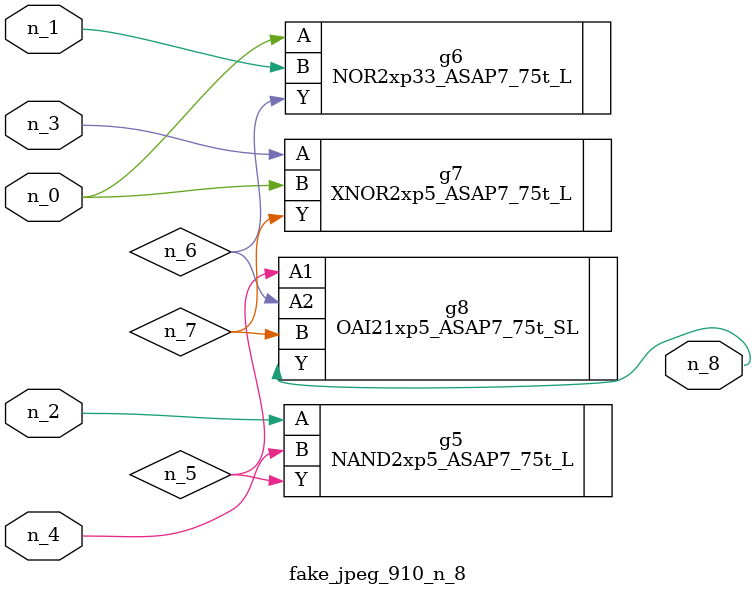
<source format=v>
module fake_jpeg_910_n_8 (n_3, n_2, n_1, n_0, n_4, n_8);

input n_3;
input n_2;
input n_1;
input n_0;
input n_4;

output n_8;

wire n_6;
wire n_5;
wire n_7;

NAND2xp5_ASAP7_75t_L g5 ( 
.A(n_2),
.B(n_4),
.Y(n_5)
);

NOR2xp33_ASAP7_75t_L g6 ( 
.A(n_0),
.B(n_1),
.Y(n_6)
);

XNOR2xp5_ASAP7_75t_L g7 ( 
.A(n_3),
.B(n_0),
.Y(n_7)
);

OAI21xp5_ASAP7_75t_SL g8 ( 
.A1(n_5),
.A2(n_6),
.B(n_7),
.Y(n_8)
);


endmodule
</source>
